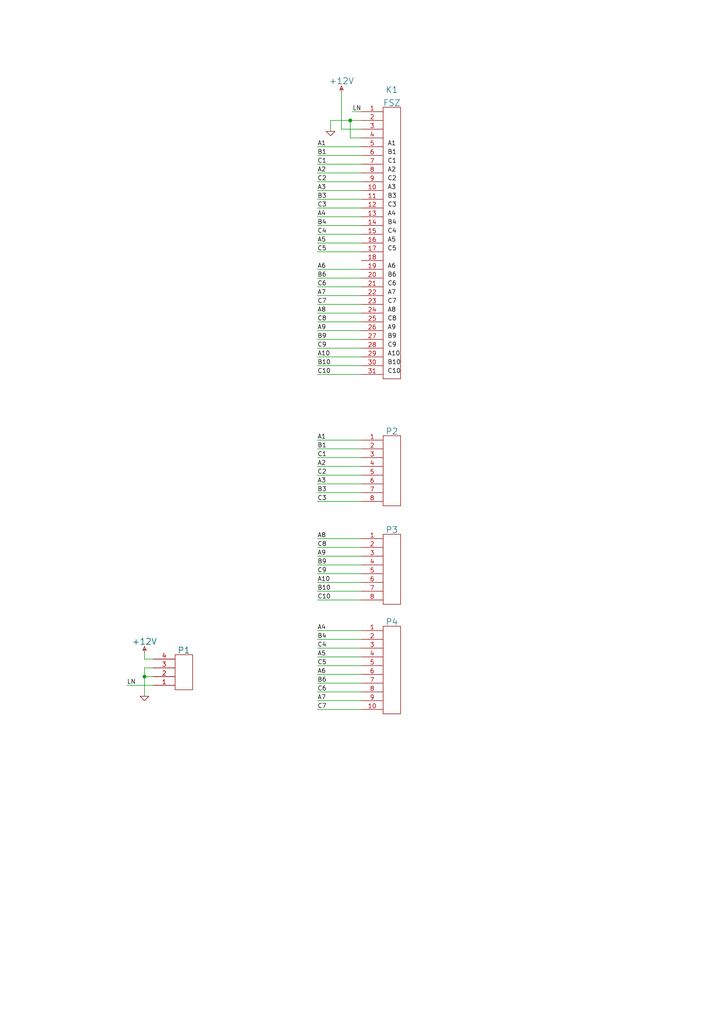
<source format=kicad_sch>
(kicad_sch (version 20211123) (generator eeschema)
  (paper "A4" portrait)
  (title_block (title "FSZ\\nBackplane") (date "2026-02-22") (rev "0438 -") (company "MV"))
  (lib_symbols
    (symbol "base:+12V" (power) (pin_names (offset 0))
      (property "Value" "+12V" (at 0 2.286 0))
      (symbol "+12V_0_0"
        (pin power_in line (at 0 0 90) (length 0) hide (name "+12V") (number "1"))
      )
      (symbol "+12V_0_1"
        (polyline (pts (xy 0 0) (xy 0 1.016) (xy 0 1.016)))
        (polyline (pts (xy 0 1.016) (xy 0.508 0.508) (xy 0 1.778) (xy -0.508 0.508) (xy 0 1.016) (xy 0 1.016)))
      )
    )
    (symbol "base:CONN_10" (pin_names (offset 1.016) hide)
      (property "Reference" "P" (at -1.27 0 90))
      (property "Value" "CONN_10" (at 1.27 0 90))
      (symbol "CONN_10_0_1"
        (rectangle (start -2.54 12.7) (end 2.54 -12.7))
      )
      (symbol "CONN_10_1_1"
        (pin passive line (at -8.89 11.43 0) (length 6.35) (name "P1") (number "1"))
        (pin passive line (at -8.89 -11.43 0) (length 6.35) (name "P10") (number "10"))
        (pin passive line (at -8.89 8.89 0) (length 6.35) (name "P2") (number "2"))
        (pin passive line (at -8.89 6.35 0) (length 6.35) (name "P3") (number "3"))
        (pin passive line (at -8.89 3.81 0) (length 6.35) (name "P4") (number "4"))
        (pin passive line (at -8.89 1.27 0) (length 6.35) (name "P5") (number "5"))
        (pin passive line (at -8.89 -1.27 0) (length 6.35) (name "P6") (number "6"))
        (pin passive line (at -8.89 -3.81 0) (length 6.35) (name "P7") (number "7"))
        (pin passive line (at -8.89 -6.35 0) (length 6.35) (name "P8") (number "8"))
        (pin passive line (at -8.89 -8.89 0) (length 6.35) (name "P9") (number "9"))
      )
    )
    (symbol "base:CONN_31" (pin_names (offset 1.016) hide)
      (property "Reference" "K" (at -1.27 43.18 0))
      (property "Value" "CONN_31" (at 2.54 40.64 0))
      (symbol "CONN_31_0_1"
        (rectangle (start -2.54 39.37) (end 2.54 -39.37))
      )
      (symbol "CONN_31_1_1"
        (pin passive line (at -8.89 38.1 0) (length 6.35) (name "P1") (number "1"))
        (pin passive line (at -8.89 15.24 0) (length 6.35) (name "P10") (number "10"))
        (pin passive line (at -8.89 12.7 0) (length 6.35) (name "P11") (number "11"))
        (pin passive line (at -8.89 10.16 0) (length 6.35) (name "P12") (number "12"))
        (pin passive line (at -8.89 7.62 0) (length 6.35) (name "P13") (number "13"))
        (pin passive line (at -8.89 5.08 0) (length 6.35) (name "P14") (number "14"))
        (pin passive line (at -8.89 2.54 0) (length 6.35) (name "P15") (number "15"))
        (pin passive line (at -8.89 0 0) (length 6.35) (name "P16") (number "16"))
        (pin passive line (at -8.89 -2.54 0) (length 6.35) (name "P17") (number "17"))
        (pin passive line (at -8.89 -5.08 0) (length 6.35) (name "P18") (number "18"))
        (pin passive line (at -8.89 -7.62 0) (length 6.35) (name "P19") (number "19"))
        (pin passive line (at -8.89 35.56 0) (length 6.35) (name "P2") (number "2"))
        (pin passive line (at -8.89 -10.16 0) (length 6.35) (name "P20") (number "20"))
        (pin passive line (at -8.89 -12.7 0) (length 6.35) (name "P21") (number "21"))
        (pin passive line (at -8.89 -15.24 0) (length 6.35) (name "P22") (number "22"))
        (pin passive line (at -8.89 -17.78 0) (length 6.35) (name "P23") (number "23"))
        (pin passive line (at -8.89 -20.32 0) (length 6.35) (name "P24") (number "24"))
        (pin passive line (at -8.89 -22.86 0) (length 6.35) (name "P25") (number "25"))
        (pin passive line (at -8.89 -25.4 0) (length 6.35) (name "P26") (number "26"))
        (pin passive line (at -8.89 -27.94 0) (length 6.35) (name "P27") (number "27"))
        (pin passive line (at -8.89 -30.48 0) (length 6.35) (name "P28") (number "28"))
        (pin passive line (at -8.89 -33.02 0) (length 6.35) (name "P29") (number "29"))
        (pin passive line (at -8.89 33.02 0) (length 6.35) (name "P3") (number "3"))
        (pin passive line (at -8.89 -35.56 0) (length 6.35) (name "P30") (number "30"))
        (pin passive line (at -8.89 -38.1 0) (length 6.35) (name "P31") (number "31"))
        (pin passive line (at -8.89 30.48 0) (length 6.35) (name "P4") (number "4"))
        (pin passive line (at -8.89 27.94 0) (length 6.35) (name "P5") (number "5"))
        (pin passive line (at -8.89 25.4 0) (length 6.35) (name "P6") (number "6"))
        (pin passive line (at -8.89 22.86 0) (length 6.35) (name "P7") (number "7"))
        (pin passive line (at -8.89 20.32 0) (length 6.35) (name "P8") (number "8"))
        (pin passive line (at -8.89 17.78 0) (length 6.35) (name "P9") (number "9"))
      )
    )
    (symbol "base:CONN_4" (pin_names (offset 1.016) hide)
      (property "Reference" "P" (at -1.27 0 90))
      (property "Value" "CONN_4" (at 1.27 0 90))
      (symbol "CONN_4_0_1"
        (rectangle (start -2.54 5.08) (end 2.54 -5.08))
      )
      (symbol "CONN_4_1_1"
        (pin passive line (at -8.89 3.81 0) (length 6.35) (name "P1") (number "1"))
        (pin passive line (at -8.89 1.27 0) (length 6.35) (name "P2") (number "2"))
        (pin passive line (at -8.89 -1.27 0) (length 6.35) (name "P3") (number "3"))
        (pin passive line (at -8.89 -3.81 0) (length 6.35) (name "P4") (number "4"))
      )
    )
    (symbol "base:CONN_8" (pin_names (offset 1.016) hide)
      (property "Reference" "P" (at -1.27 0 90))
      (property "Value" "CONN_8" (at 1.27 0 90))
      (symbol "CONN_8_0_1"
        (rectangle (start -2.54 10.16) (end 2.54 -10.16))
      )
      (symbol "CONN_8_1_1"
        (pin passive line (at -8.89 8.89 0) (length 6.35) (name "P1") (number "1"))
        (pin passive line (at -8.89 6.35 0) (length 6.35) (name "P2") (number "2"))
        (pin passive line (at -8.89 3.81 0) (length 6.35) (name "P3") (number "3"))
        (pin passive line (at -8.89 1.27 0) (length 6.35) (name "P4") (number "4"))
        (pin passive line (at -8.89 -1.27 0) (length 6.35) (name "P5") (number "5"))
        (pin passive line (at -8.89 -3.81 0) (length 6.35) (name "P6") (number "6"))
        (pin passive line (at -8.89 -6.35 0) (length 6.35) (name "P7") (number "7"))
        (pin passive line (at -8.89 -8.89 0) (length 6.35) (name "P8") (number "8"))
      )
    )
    (symbol "base:GND" (power) (pin_names (offset 0))
      (symbol "GND_0_1"
        (polyline (pts (xy -1.27 0) (xy 0 -1.27) (xy 1.27 0) (xy -1.27 0)))
      )
      (symbol "GND_1_1"
        (pin power_in line (at 0 0 90) (length 0) hide (name "GND") (number "1"))
      )
    )
  )
  (junction (at 41.91 196.215))
  (junction (at 101.6 34.925))
  (wire (pts (xy 99.06 37.465) (xy 104.775 37.465)))
  (wire (pts (xy 95.885 38.1) (xy 95.885 34.925)))
  (wire (pts (xy 101.6 40.005) (xy 104.775 40.005)))
  (wire (pts (xy 92.075 187.96) (xy 104.775 187.96)))
  (wire (pts (xy 92.075 158.75) (xy 104.775 158.75)))
  (wire (pts (xy 44.45 191.135) (xy 41.91 191.135)))
  (wire (pts (xy 101.6 34.925) (xy 101.6 40.005)))
  (wire (pts (xy 92.075 106.045) (xy 104.775 106.045)))
  (wire (pts (xy 92.075 100.965) (xy 104.775 100.965)))
  (wire (pts (xy 92.075 156.21) (xy 104.775 156.21)))
  (wire (pts (xy 92.075 145.415) (xy 104.775 145.415)))
  (wire (pts (xy 92.075 60.325) (xy 104.775 60.325)))
  (wire (pts (xy 92.075 127.635) (xy 104.775 127.635)))
  (wire (pts (xy 44.45 196.215) (xy 41.91 196.215)))
  (wire (pts (xy 92.075 200.66) (xy 104.775 200.66)))
  (wire (pts (xy 92.075 57.785) (xy 104.775 57.785)))
  (wire (pts (xy 92.075 52.705) (xy 104.775 52.705)))
  (wire (pts (xy 92.075 195.58) (xy 104.775 195.58)))
  (wire (pts (xy 92.075 193.04) (xy 104.775 193.04)))
  (wire (pts (xy 92.075 62.865) (xy 104.775 62.865)))
  (wire (pts (xy 92.075 50.165) (xy 104.775 50.165)))
  (wire (pts (xy 102.235 32.385) (xy 104.775 32.385)))
  (wire (pts (xy 92.075 185.42) (xy 104.775 185.42)))
  (wire (pts (xy 92.075 73.025) (xy 104.775 73.025)))
  (wire (pts (xy 92.075 198.12) (xy 104.775 198.12)))
  (wire (pts (xy 44.45 198.755) (xy 36.83 198.755)))
  (wire (pts (xy 92.075 171.45) (xy 104.775 171.45)))
  (wire (pts (xy 92.075 80.645) (xy 104.775 80.645)))
  (wire (pts (xy 92.075 203.2) (xy 104.775 203.2)))
  (wire (pts (xy 92.075 140.335) (xy 104.775 140.335)))
  (wire (pts (xy 92.075 103.505) (xy 104.775 103.505)))
  (wire (pts (xy 92.075 132.715) (xy 104.775 132.715)))
  (wire (pts (xy 92.075 93.345) (xy 104.775 93.345)))
  (wire (pts (xy 92.075 190.5) (xy 104.775 190.5)))
  (wire (pts (xy 92.075 182.88) (xy 104.775 182.88)))
  (wire (pts (xy 92.075 88.265) (xy 104.775 88.265)))
  (wire (pts (xy 92.075 142.875) (xy 104.775 142.875)))
  (wire (pts (xy 92.075 108.585) (xy 104.775 108.585)))
  (wire (pts (xy 92.075 98.425) (xy 104.775 98.425)))
  (wire (pts (xy 95.885 34.925) (xy 101.6 34.925)))
  (wire (pts (xy 44.45 193.675) (xy 41.91 193.675)))
  (wire (pts (xy 41.91 196.215) (xy 41.91 201.93)))
  (wire (pts (xy 92.075 135.255) (xy 104.775 135.255)))
  (wire (pts (xy 92.075 65.405) (xy 104.775 65.405)))
  (wire (pts (xy 92.075 83.185) (xy 104.775 83.185)))
  (wire (pts (xy 41.91 191.135) (xy 41.91 189.23)))
  (wire (pts (xy 92.075 166.37) (xy 104.775 166.37)))
  (wire (pts (xy 104.775 34.925) (xy 101.6 34.925)))
  (wire (pts (xy 41.91 193.675) (xy 41.91 196.215)))
  (wire (pts (xy 92.075 130.175) (xy 104.775 130.175)))
  (wire (pts (xy 92.075 42.545) (xy 104.775 42.545)))
  (wire (pts (xy 92.075 173.99) (xy 104.775 173.99)))
  (wire (pts (xy 92.075 205.74) (xy 104.775 205.74)))
  (wire (pts (xy 92.075 78.105) (xy 104.775 78.105)))
  (wire (pts (xy 92.075 163.83) (xy 104.775 163.83)))
  (wire (pts (xy 92.075 137.795) (xy 104.775 137.795)))
  (wire (pts (xy 92.075 95.885) (xy 104.775 95.885)))
  (wire (pts (xy 92.075 168.91) (xy 104.775 168.91)))
  (wire (pts (xy 92.075 47.625) (xy 104.775 47.625)))
  (wire (pts (xy 92.075 55.245) (xy 104.775 55.245)))
  (wire (pts (xy 92.075 67.945) (xy 104.775 67.945)))
  (wire (pts (xy 92.075 85.725) (xy 104.775 85.725)))
  (wire (pts (xy 92.075 45.085) (xy 104.775 45.085)))
  (wire (pts (xy 92.075 161.29) (xy 104.775 161.29)))
  (wire (pts (xy 92.075 70.485) (xy 104.775 70.485)))
  (wire (pts (xy 92.075 90.805) (xy 104.775 90.805)))
  (wire (pts (xy 99.06 26.67) (xy 99.06 37.465)))
  (label "A3" (at 112.395 55.245 0))
  (label "A6" (at 92.075 195.58 0))
  (label "C6" (at 92.075 200.66 0))
  (label "C9" (at 92.075 100.965 0))
  (label "C5" (at 92.075 73.025 0))
  (label "A2" (at 92.075 135.255 0))
  (label "B6" (at 112.395 80.645 0))
  (label "C9" (at 112.395 100.965 0))
  (label "C10" (at 112.395 108.585 0))
  (label "B4" (at 92.075 65.405 0))
  (label "C2" (at 92.075 52.705 0))
  (label "C3" (at 92.075 60.325 0))
  (label "A8" (at 92.075 90.805 0))
  (label "B10" (at 112.395 106.045 0))
  (label "A4" (at 92.075 62.865 0))
  (label "C10" (at 92.075 108.585 0))
  (label "A6" (at 92.075 78.105 0))
  (label "C6" (at 112.395 83.185 0))
  (label "C1" (at 112.395 47.625 0))
  (label "A1" (at 92.075 42.545 0))
  (label "B6" (at 92.075 198.12 0))
  (label "C6" (at 92.075 83.185 0))
  (label "C3" (at 92.075 145.415 0))
  (label "B4" (at 92.075 185.42 0))
  (label "A9" (at 92.075 95.885 0))
  (label "A8" (at 92.075 156.21 0))
  (label "C5" (at 112.395 73.025 0))
  (label "C1" (at 92.075 47.625 0))
  (label "C4" (at 92.075 187.96 0))
  (label "A4" (at 112.395 62.865 0))
  (label "B10" (at 92.075 106.045 0))
  (label "A9" (at 112.395 95.885 0))
  (label "A1" (at 92.075 127.635 0))
  (label "B9" (at 92.075 163.83 0))
  (label "C3" (at 112.395 60.325 0))
  (label "C10" (at 92.075 173.99 0))
  (label "C5" (at 92.075 193.04 0))
  (label "C7" (at 92.075 205.74 0))
  (label "A3" (at 92.075 140.335 0))
  (label "A7" (at 112.395 85.725 0))
  (label "A10" (at 92.075 103.505 0))
  (label "C1" (at 92.075 132.715 0))
  (label "B1" (at 92.075 45.085 0))
  (label "A5" (at 112.395 70.485 0))
  (label "C7" (at 112.395 88.265 0))
  (label "B9" (at 112.395 98.425 0))
  (label "B1" (at 92.075 130.175 0))
  (label "A2" (at 92.075 50.165 0))
  (label "B4" (at 112.395 65.405 0))
  (label "A9" (at 92.075 161.29 0))
  (label "A5" (at 92.075 70.485 0))
  (label "C9" (at 92.075 166.37 0))
  (label "B3" (at 92.075 57.785 0))
  (label "C8" (at 112.395 93.345 0))
  (label "A5" (at 92.075 190.5 0))
  (label "LN" (at 102.235 32.385 0))
  (label "C4" (at 112.395 67.945 0))
  (label "B6" (at 92.075 80.645 0))
  (label "C8" (at 92.075 158.75 0))
  (label "C4" (at 92.075 67.945 0))
  (label "C2" (at 112.395 52.705 0))
  (label "LN" (at 36.83 198.755 0))
  (label "A2" (at 112.395 50.165 0))
  (label "A10" (at 92.075 168.91 0))
  (label "B1" (at 112.395 45.085 0))
  (label "B10" (at 92.075 171.45 0))
  (label "A6" (at 112.395 78.105 0))
  (label "B3" (at 112.395 57.785 0))
  (label "B3" (at 92.075 142.875 0))
  (label "A4" (at 92.075 182.88 0))
  (label "A1" (at 112.395 42.545 0))
  (label "A8" (at 112.395 90.805 0))
  (label "B9" (at 92.075 98.425 0))
  (label "A7" (at 92.075 85.725 0))
  (label "A7" (at 92.075 203.2 0))
  (label "C8" (at 92.075 93.345 0))
  (label "A10" (at 112.395 103.505 0))
  (label "C7" (at 92.075 88.265 0))
  (label "C2" (at 92.075 137.795 0))
  (label "A3" (at 92.075 55.245 0))
  (symbol (lib_id "base:+12V") (at 99.06 26.67 0) (unit 1)
    (property "Reference" "#PWR0114" (effects hide))
    (property "Value" "+12V" (at 99.06 23.495 0) (effects (font (size 1.778 1.778))))
  )
  (symbol (lib_id "base:GND") (at 41.91 201.93 0) (mirror y) (unit 1)
    (property "Reference" "#PWR0135" (effects hide))
    (property "Value" "GND" (effects hide))
  )
  (symbol (lib_id "base:CONN_8") (at 113.665 136.525 0) (unit 1)
    (property "Reference" "P2" (at 113.665 125.095 0) (effects (font (size 1.778 1.778))))
    (property "Value" "FSZ_49_1" (effects hide))
    (property "Footprint" "base:AKL320_08" (effects hide))
  )
  (symbol (lib_id "base:CONN_4") (at 53.34 194.945 0) (mirror x) (unit 1)
    (property "Reference" "P1" (at 53.34 188.595 0) (effects (font (size 1.778 1.778))))
    (property "Value" "PWR" (effects hide))
    (property "Footprint" "base:AKL320_04" (effects hide))
  )
  (symbol (lib_id "base:+12V") (at 41.91 189.23 0) (mirror y) (unit 1)
    (property "Reference" "#PWR0134" (effects hide))
    (property "Value" "+12V" (at 41.91 186.055 0) (effects (font (size 1.778 1.778))))
  )
  (symbol (lib_id "base:CONN_10") (at 113.665 194.31 0) (unit 1)
    (property "Reference" "P4" (at 113.665 180.34 0) (effects (font (size 1.778 1.778))))
    (property "Value" "FSZ_49_3" (effects hide))
    (property "Footprint" "base:AKL320_10" (effects hide))
  )
  (symbol (lib_id "base:CONN_8") (at 113.665 165.1 0) (unit 1)
    (property "Reference" "P3" (at 113.665 153.67 0) (effects (font (size 1.778 1.778))))
    (property "Value" "FSZ_49_2" (effects hide))
    (property "Footprint" "base:AKL320_08" (effects hide))
  )
  (symbol (lib_id "base:GND") (at 95.885 38.1 0) (unit 1)
    (property "Reference" "#PWR0113" (effects hide))
    (property "Value" "GND" (effects hide))
  )
  (symbol (lib_id "base:CONN_31") (at 113.665 70.485 0) (unit 1)
    (property "Reference" "K1" (at 113.665 26.035 0) (effects (font (size 1.778 1.778))))
    (property "Value" "FSZ" (at 113.665 29.845 0) (effects (font (size 1.778 1.778))))
    (property "Footprint" "base:DIN41617-31_Bu" (effects hide))
  )
)
</source>
